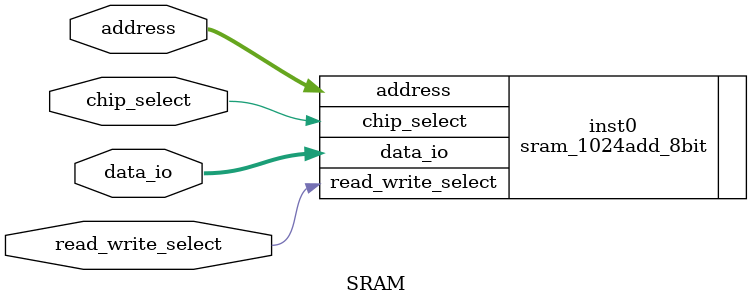
<source format=v>
module SRAM (
    data_io,address,read_write_select,chip_select
);
    inout [7:0] data_io;
    input [9:0] address;
    input read_write_select,chip_select;
    
    wire [9:0] address;
    wire read_write_select,chip_select;

    sram_1024add_8bit inst0 (
        .data_io(data_io),
        .address(address),
        .read_write_select(read_write_select),
        .chip_select(chip_select)
    );
   

endmodule 
</source>
